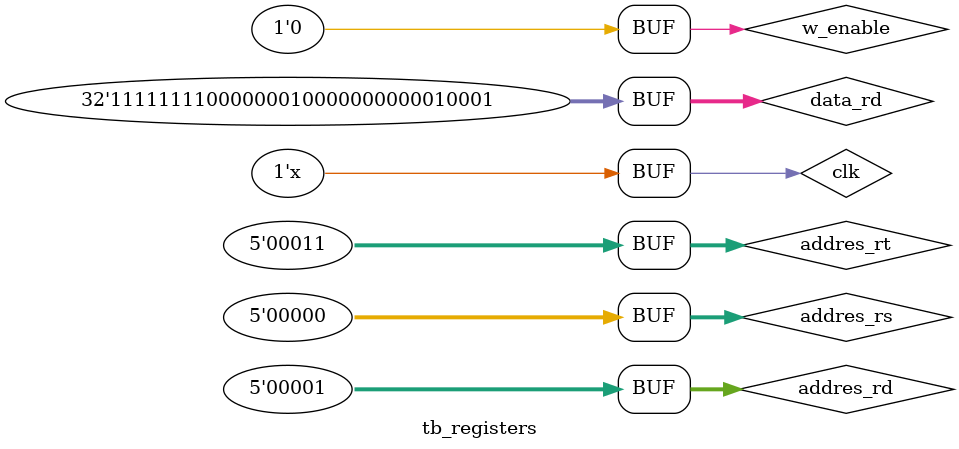
<source format=v>
`timescale 1ns / 1ps
module tb_registers();

    reg clk;
    reg w_enable;
    reg [4:0] addres_rs;
    reg [4:0] addres_rt;
    reg [4:0] addres_rd;
    reg [31:0] data_rd;
    wire [31:0] data_rs;
    wire [31:0] data_rt;

    initial begin
    
        clk = 0;
        data_rd=0;
        w_enable = 0;
        addres_rs = 0;
        addres_rt = 0;
        addres_rd = 0;
        data_rd = 0;
        
        #100
        w_enable = 1;
        addres_rd = 5'b00011;
        data_rd = 'hff010000;
        #2 
        w_enable = 1;
        addres_rd = 5'b00001;
        data_rd = 'hff010011;
        addres_rs = 5'b00001;
        addres_rt = 5'b00011;
        #2
        w_enable = 0;
        addres_rs = 5'b00001;
        addres_rt = 5'b00000;
        #2
        addres_rs = 5'b00000;
        addres_rt = 5'b00011;
                
    end

    always #1 clk = ~clk;

    registers u_registers(
        .clk(clk),
        .i_wenable(w_enable),
        .i_addres_rs(addres_rs),
        .i_addres_rt(addres_rt),
        .i_addres_data(addres_rd),
        .i_data(data_rd),
        .o_data_rs(data_rs),
        .o_data_rt(data_rt)
    );

endmodule

</source>
